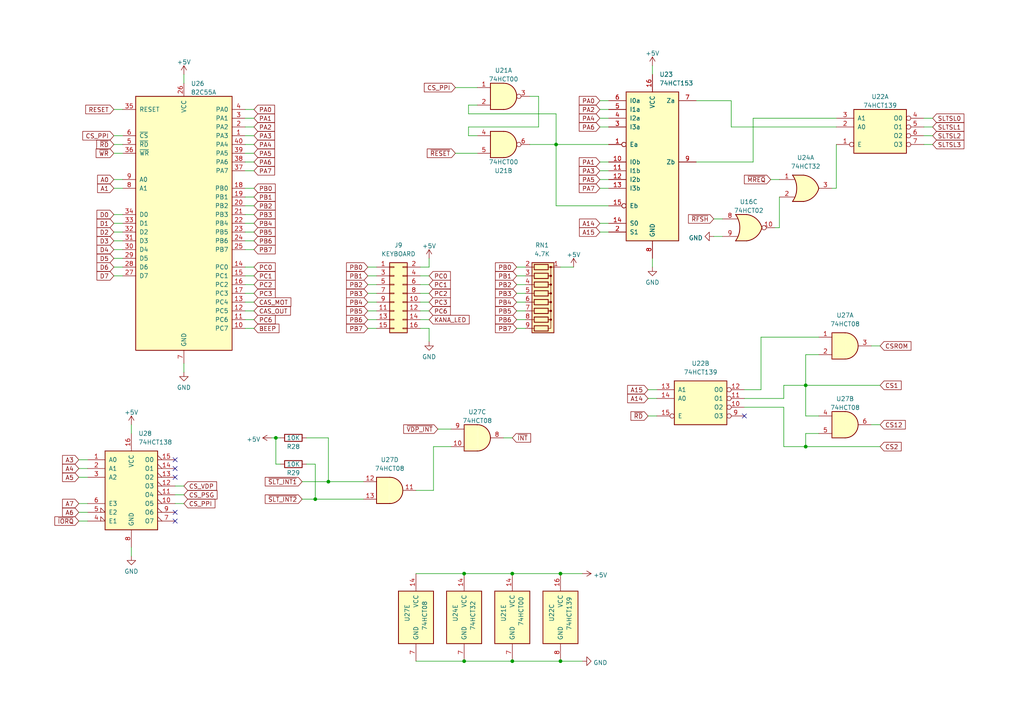
<source format=kicad_sch>
(kicad_sch (version 20211123) (generator eeschema)
  (paper "A4")
  (title_block (title "MSX One") (date "2024-12-28") (rev "v1.0") (company "Gabbard") (comment 1 "MSX One"))
  (lib_symbols
    (symbol "74xx:74LS00" (pin_names (offset 1.016))
      (property "Reference" "U" (at 0 1.27 0))
      (property "Value" "74LS00" (at 0 -1.27 0))
      (symbol "74LS00_1_1"
        (pin input line (at -7.62 2.54 0) (length 3.81) (name "~") (number "1"))
        (pin input line (at -7.62 -2.54 0) (length 3.81) (name "~") (number "2"))
        (pin output inverted (at 7.62 0 180) (length 3.81) (name "~") (number "3"))
      )
      (symbol "74LS00_1_2"
        (pin input inverted (at -7.62 2.54 0) (length 4.318) (name "~") (number "1"))
        (pin input inverted (at -7.62 -2.54 0) (length 4.318) (name "~") (number "2"))
        (pin output line (at 7.62 0 180) (length 3.81) (name "~") (number "3"))
      )
      (symbol "74LS00_2_1"
        (pin input line (at -7.62 2.54 0) (length 3.81) (name "~") (number "4"))
        (pin input line (at -7.62 -2.54 0) (length 3.81) (name "~") (number "5"))
        (pin output inverted (at 7.62 0 180) (length 3.81) (name "~") (number "6"))
      )
      (symbol "74LS00_2_2"
        (pin input inverted (at -7.62 2.54 0) (length 4.318) (name "~") (number "4"))
        (pin input inverted (at -7.62 -2.54 0) (length 4.318) (name "~") (number "5"))
        (pin output line (at 7.62 0 180) (length 3.81) (name "~") (number "6"))
      )
      (symbol "74LS00_3_1"
        (pin input line (at -7.62 -2.54 0) (length 3.81) (name "~") (number "10"))
        (pin output inverted (at 7.62 0 180) (length 3.81) (name "~") (number "8"))
        (pin input line (at -7.62 2.54 0) (length 3.81) (name "~") (number "9"))
      )
      (symbol "74LS00_3_2"
        (pin input inverted (at -7.62 -2.54 0) (length 4.318) (name "~") (number "10"))
        (pin output line (at 7.62 0 180) (length 3.81) (name "~") (number "8"))
        (pin input inverted (at -7.62 2.54 0) (length 4.318) (name "~") (number "9"))
      )
      (symbol "74LS00_4_1"
        (pin output inverted (at 7.62 0 180) (length 3.81) (name "~") (number "11"))
        (pin input line (at -7.62 2.54 0) (length 3.81) (name "~") (number "12"))
        (pin input line (at -7.62 -2.54 0) (length 3.81) (name "~") (number "13"))
      )
      (symbol "74LS00_4_2"
        (pin output line (at 7.62 0 180) (length 3.81) (name "~") (number "11"))
        (pin input inverted (at -7.62 2.54 0) (length 4.318) (name "~") (number "12"))
        (pin input inverted (at -7.62 -2.54 0) (length 4.318) (name "~") (number "13"))
      )
      (symbol "74LS00_5_0"
        (pin power_in line (at 0 12.7 270) (length 5.08) (name "VCC") (number "14"))
        (pin power_in line (at 0 -12.7 90) (length 5.08) (name "GND") (number "7"))
      )
    )
    (symbol "74xx:74LS02" (pin_names (offset 1.016))
      (property "Reference" "U" (at 0 1.27 0))
      (property "Value" "74LS02" (at 0 -1.27 0))
      (symbol "74LS02_1_1"
        (pin output inverted (at 7.62 0 180) (length 3.81) (name "~") (number "1"))
        (pin input line (at -7.62 2.54 0) (length 4.318) (name "~") (number "2"))
        (pin input line (at -7.62 -2.54 0) (length 4.318) (name "~") (number "3"))
      )
      (symbol "74LS02_1_2"
        (pin output line (at 7.62 0 180) (length 3.81) (name "~") (number "1"))
        (pin input inverted (at -7.62 2.54 0) (length 3.81) (name "~") (number "2"))
        (pin input inverted (at -7.62 -2.54 0) (length 3.81) (name "~") (number "3"))
      )
      (symbol "74LS02_2_1"
        (pin output inverted (at 7.62 0 180) (length 3.81) (name "~") (number "4"))
        (pin input line (at -7.62 2.54 0) (length 4.318) (name "~") (number "5"))
        (pin input line (at -7.62 -2.54 0) (length 4.318) (name "~") (number "6"))
      )
      (symbol "74LS02_2_2"
        (pin output line (at 7.62 0 180) (length 3.81) (name "~") (number "4"))
        (pin input inverted (at -7.62 2.54 0) (length 3.81) (name "~") (number "5"))
        (pin input inverted (at -7.62 -2.54 0) (length 3.81) (name "~") (number "6"))
      )
      (symbol "74LS02_3_1"
        (pin output inverted (at 7.62 0 180) (length 3.81) (name "~") (number "10"))
        (pin input line (at -7.62 2.54 0) (length 4.318) (name "~") (number "8"))
        (pin input line (at -7.62 -2.54 0) (length 4.318) (name "~") (number "9"))
      )
      (symbol "74LS02_3_2"
        (pin output line (at 7.62 0 180) (length 3.81) (name "~") (number "10"))
        (pin input inverted (at -7.62 2.54 0) (length 3.81) (name "~") (number "8"))
        (pin input inverted (at -7.62 -2.54 0) (length 3.81) (name "~") (number "9"))
      )
      (symbol "74LS02_4_1"
        (pin input line (at -7.62 2.54 0) (length 4.318) (name "~") (number "11"))
        (pin input line (at -7.62 -2.54 0) (length 4.318) (name "~") (number "12"))
        (pin output inverted (at 7.62 0 180) (length 3.81) (name "~") (number "13"))
      )
      (symbol "74LS02_4_2"
        (pin input inverted (at -7.62 2.54 0) (length 3.81) (name "~") (number "11"))
        (pin input inverted (at -7.62 -2.54 0) (length 3.81) (name "~") (number "12"))
        (pin output line (at 7.62 0 180) (length 3.81) (name "~") (number "13"))
      )
      (symbol "74LS02_5_0"
        (pin power_in line (at 0 12.7 270) (length 5.08) (name "VCC") (number "14"))
        (pin power_in line (at 0 -12.7 90) (length 5.08) (name "GND") (number "7"))
      )
    )
    (symbol "74xx:74LS08" (pin_names (offset 1.016))
      (property "Reference" "U" (at 0 1.27 0))
      (property "Value" "74LS08" (at 0 -1.27 0))
      (symbol "74LS08_1_1"
        (pin input line (at -7.62 2.54 0) (length 3.81) (name "~") (number "1"))
        (pin input line (at -7.62 -2.54 0) (length 3.81) (name "~") (number "2"))
        (pin output line (at 7.62 0 180) (length 3.81) (name "~") (number "3"))
      )
      (symbol "74LS08_1_2"
        (pin input inverted (at -7.62 2.54 0) (length 4.318) (name "~") (number "1"))
        (pin input inverted (at -7.62 -2.54 0) (length 4.318) (name "~") (number "2"))
        (pin output inverted (at 7.62 0 180) (length 3.81) (name "~") (number "3"))
      )
      (symbol "74LS08_2_1"
        (pin input line (at -7.62 2.54 0) (length 3.81) (name "~") (number "4"))
        (pin input line (at -7.62 -2.54 0) (length 3.81) (name "~") (number "5"))
        (pin output line (at 7.62 0 180) (length 3.81) (name "~") (number "6"))
      )
      (symbol "74LS08_2_2"
        (pin input inverted (at -7.62 2.54 0) (length 4.318) (name "~") (number "4"))
        (pin input inverted (at -7.62 -2.54 0) (length 4.318) (name "~") (number "5"))
        (pin output inverted (at 7.62 0 180) (length 3.81) (name "~") (number "6"))
      )
      (symbol "74LS08_3_1"
        (pin input line (at -7.62 -2.54 0) (length 3.81) (name "~") (number "10"))
        (pin output line (at 7.62 0 180) (length 3.81) (name "~") (number "8"))
        (pin input line (at -7.62 2.54 0) (length 3.81) (name "~") (number "9"))
      )
      (symbol "74LS08_3_2"
        (pin input inverted (at -7.62 -2.54 0) (length 4.318) (name "~") (number "10"))
        (pin output inverted (at 7.62 0 180) (length 3.81) (name "~") (number "8"))
        (pin input inverted (at -7.62 2.54 0) (length 4.318) (name "~") (number "9"))
      )
      (symbol "74LS08_4_1"
        (pin output line (at 7.62 0 180) (length 3.81) (name "~") (number "11"))
        (pin input line (at -7.62 2.54 0) (length 3.81) (name "~") (number "12"))
        (pin input line (at -7.62 -2.54 0) (length 3.81) (name "~") (number "13"))
      )
      (symbol "74LS08_4_2"
        (pin output inverted (at 7.62 0 180) (length 3.81) (name "~") (number "11"))
        (pin input inverted (at -7.62 2.54 0) (length 4.318) (name "~") (number "12"))
        (pin input inverted (at -7.62 -2.54 0) (length 4.318) (name "~") (number "13"))
      )
      (symbol "74LS08_5_0"
        (pin power_in line (at 0 12.7 270) (length 5.08) (name "VCC") (number "14"))
        (pin power_in line (at 0 -12.7 90) (length 5.08) (name "GND") (number "7"))
      )
    )
    (symbol "74xx:74LS138" (pin_names (offset 1.016))
      (property "Reference" "U" (at -7.62 11.43 0))
      (property "Value" "74LS138" (at -7.62 -13.97 0))
      (symbol "74LS138_1_0"
        (pin input line (at -12.7 7.62 0) (length 5.08) (name "A0") (number "1"))
        (pin output output_low (at 12.7 -5.08 180) (length 5.08) (name "O5") (number "10"))
        (pin output output_low (at 12.7 -2.54 180) (length 5.08) (name "O4") (number "11"))
        (pin output output_low (at 12.7 0 180) (length 5.08) (name "O3") (number "12"))
        (pin output output_low (at 12.7 2.54 180) (length 5.08) (name "O2") (number "13"))
        (pin output output_low (at 12.7 5.08 180) (length 5.08) (name "O1") (number "14"))
        (pin output output_low (at 12.7 7.62 180) (length 5.08) (name "O0") (number "15"))
        (pin power_in line (at 0 15.24 270) (length 5.08) (name "VCC") (number "16"))
        (pin input line (at -12.7 5.08 0) (length 5.08) (name "A1") (number "2"))
        (pin input line (at -12.7 2.54 0) (length 5.08) (name "A2") (number "3"))
        (pin input input_low (at -12.7 -10.16 0) (length 5.08) (name "E1") (number "4"))
        (pin input input_low (at -12.7 -7.62 0) (length 5.08) (name "E2") (number "5"))
        (pin input line (at -12.7 -5.08 0) (length 5.08) (name "E3") (number "6"))
        (pin output output_low (at 12.7 -10.16 180) (length 5.08) (name "O7") (number "7"))
        (pin power_in line (at 0 -17.78 90) (length 5.08) (name "GND") (number "8"))
        (pin output output_low (at 12.7 -7.62 180) (length 5.08) (name "O6") (number "9"))
      )
    )
    (symbol "74xx:74LS139" (pin_names (offset 1.016))
      (property "Reference" "U" (at -7.62 8.89 0))
      (property "Value" "74LS139" (at -7.62 -8.89 0))
      (symbol "74LS139_1_0"
        (pin input inverted (at -12.7 -5.08 0) (length 5.08) (name "E") (number "1"))
        (pin input line (at -12.7 0 0) (length 5.08) (name "A0") (number "2"))
        (pin input line (at -12.7 2.54 0) (length 5.08) (name "A1") (number "3"))
        (pin output inverted (at 12.7 2.54 180) (length 5.08) (name "O0") (number "4"))
        (pin output inverted (at 12.7 0 180) (length 5.08) (name "O1") (number "5"))
        (pin output inverted (at 12.7 -2.54 180) (length 5.08) (name "O2") (number "6"))
        (pin output inverted (at 12.7 -5.08 180) (length 5.08) (name "O3") (number "7"))
      )
      (symbol "74LS139_2_0"
        (pin output inverted (at 12.7 -2.54 180) (length 5.08) (name "O2") (number "10"))
        (pin output inverted (at 12.7 0 180) (length 5.08) (name "O1") (number "11"))
        (pin output inverted (at 12.7 2.54 180) (length 5.08) (name "O0") (number "12"))
        (pin input line (at -12.7 2.54 0) (length 5.08) (name "A1") (number "13"))
        (pin input line (at -12.7 0 0) (length 5.08) (name "A0") (number "14"))
        (pin input inverted (at -12.7 -5.08 0) (length 5.08) (name "E") (number "15"))
        (pin output inverted (at 12.7 -5.08 180) (length 5.08) (name "O3") (number "9"))
      )
      (symbol "74LS139_3_0"
        (pin power_in line (at 0 12.7 270) (length 5.08) (name "VCC") (number "16"))
        (pin power_in line (at 0 -12.7 90) (length 5.08) (name "GND") (number "8"))
      )
    )
    (symbol "74xx:74LS153" (pin_names (offset 1.016))
      (property "Reference" "U" (at -7.62 21.59 0))
      (property "Value" "74LS153" (at -7.62 -24.13 0))
      (symbol "74LS153_1_0"
        (pin input inverted (at -12.7 5.08 0) (length 5.08) (name "Ea") (number "1"))
        (pin input line (at -12.7 0 0) (length 5.08) (name "I0b") (number "10"))
        (pin input line (at -12.7 -2.54 0) (length 5.08) (name "I1b") (number "11"))
        (pin input line (at -12.7 -5.08 0) (length 5.08) (name "I2b") (number "12"))
        (pin input line (at -12.7 -7.62 0) (length 5.08) (name "I3b") (number "13"))
        (pin input line (at -12.7 -17.78 0) (length 5.08) (name "S0") (number "14"))
        (pin input inverted (at -12.7 -12.7 0) (length 5.08) (name "Eb") (number "15"))
        (pin power_in line (at 0 25.4 270) (length 5.08) (name "VCC") (number "16"))
        (pin input line (at -12.7 -20.32 0) (length 5.08) (name "S1") (number "2"))
        (pin input line (at -12.7 10.16 0) (length 5.08) (name "I3a") (number "3"))
        (pin input line (at -12.7 12.7 0) (length 5.08) (name "I2a") (number "4"))
        (pin input line (at -12.7 15.24 0) (length 5.08) (name "I1a") (number "5"))
        (pin input line (at -12.7 17.78 0) (length 5.08) (name "I0a") (number "6"))
        (pin output line (at 12.7 17.78 180) (length 5.08) (name "Za") (number "7"))
        (pin power_in line (at 0 -27.94 90) (length 5.08) (name "GND") (number "8"))
        (pin output line (at 12.7 0 180) (length 5.08) (name "Zb") (number "9"))
      )
    )
    (symbol "74xx:74LS32" (pin_names (offset 1.016))
      (property "Reference" "U" (at 0 1.27 0))
      (property "Value" "74LS32" (at 0 -1.27 0))
      (symbol "74LS32_1_1"
        (pin input line (at -7.62 2.54 0) (length 4.318) (name "~") (number "1"))
        (pin input line (at -7.62 -2.54 0) (length 4.318) (name "~") (number "2"))
        (pin output line (at 7.62 0 180) (length 3.81) (name "~") (number "3"))
      )
      (symbol "74LS32_1_2"
        (pin input inverted (at -7.62 2.54 0) (length 3.81) (name "~") (number "1"))
        (pin input inverted (at -7.62 -2.54 0) (length 3.81) (name "~") (number "2"))
        (pin output inverted (at 7.62 0 180) (length 3.81) (name "~") (number "3"))
      )
      (symbol "74LS32_2_1"
        (pin input line (at -7.62 2.54 0) (length 4.318) (name "~") (number "4"))
        (pin input line (at -7.62 -2.54 0) (length 4.318) (name "~") (number "5"))
        (pin output line (at 7.62 0 180) (length 3.81) (name "~") (number "6"))
      )
      (symbol "74LS32_2_2"
        (pin input inverted (at -7.62 2.54 0) (length 3.81) (name "~") (number "4"))
        (pin input inverted (at -7.62 -2.54 0) (length 3.81) (name "~") (number "5"))
        (pin output inverted (at 7.62 0 180) (length 3.81) (name "~") (number "6"))
      )
      (symbol "74LS32_3_1"
        (pin input line (at -7.62 -2.54 0) (length 4.318) (name "~") (number "10"))
        (pin output line (at 7.62 0 180) (length 3.81) (name "~") (number "8"))
        (pin input line (at -7.62 2.54 0) (length 4.318) (name "~") (number "9"))
      )
      (symbol "74LS32_3_2"
        (pin input inverted (at -7.62 -2.54 0) (length 3.81) (name "~") (number "10"))
        (pin output inverted (at 7.62 0 180) (length 3.81) (name "~") (number "8"))
        (pin input inverted (at -7.62 2.54 0) (length 3.81) (name "~") (number "9"))
      )
      (symbol "74LS32_4_1"
        (pin output line (at 7.62 0 180) (length 3.81) (name "~") (number "11"))
        (pin input line (at -7.62 2.54 0) (length 4.318) (name "~") (number "12"))
        (pin input line (at -7.62 -2.54 0) (length 4.318) (name "~") (number "13"))
      )
      (symbol "74LS32_4_2"
        (pin output inverted (at 7.62 0 180) (length 3.81) (name "~") (number "11"))
        (pin input inverted (at -7.62 2.54 0) (length 3.81) (name "~") (number "12"))
        (pin input inverted (at -7.62 -2.54 0) (length 3.81) (name "~") (number "13"))
      )
      (symbol "74LS32_5_0"
        (pin power_in line (at 0 12.7 270) (length 5.08) (name "VCC") (number "14"))
        (pin power_in line (at 0 -12.7 90) (length 5.08) (name "GND") (number "7"))
      )
    )
    (symbol "Connector_Generic:Conn_02x08_Odd_Even" (pin_names (offset 1.016) hide)
      (property "Reference" "J" (at 1.27 10.16 0))
      (property "Value" "Conn_02x08_Odd_Even" (at 1.27 -12.7 0))
      (symbol "Conn_02x08_Odd_Even_1_1"
        (pin passive line (at -5.08 7.62 0) (length 3.81) (name "Pin_1") (number "1"))
        (pin passive line (at 7.62 -2.54 180) (length 3.81) (name "Pin_10") (number "10"))
        (pin passive line (at -5.08 -5.08 0) (length 3.81) (name "Pin_11") (number "11"))
        (pin passive line (at 7.62 -5.08 180) (length 3.81) (name "Pin_12") (number "12"))
        (pin passive line (at -5.08 -7.62 0) (length 3.81) (name "Pin_13") (number "13"))
        (pin passive line (at 7.62 -7.62 180) (length 3.81) (name "Pin_14") (number "14"))
        (pin passive line (at -5.08 -10.16 0) (length 3.81) (name "Pin_15") (number "15"))
        (pin passive line (at 7.62 -10.16 180) (length 3.81) (name "Pin_16") (number "16"))
        (pin passive line (at 7.62 7.62 180) (length 3.81) (name "Pin_2") (number "2"))
        (pin passive line (at -5.08 5.08 0) (length 3.81) (name "Pin_3") (number "3"))
        (pin passive line (at 7.62 5.08 180) (length 3.81) (name "Pin_4") (number "4"))
        (pin passive line (at -5.08 2.54 0) (length 3.81) (name "Pin_5") (number "5"))
        (pin passive line (at 7.62 2.54 180) (length 3.81) (name "Pin_6") (number "6"))
        (pin passive line (at -5.08 0 0) (length 3.81) (name "Pin_7") (number "7"))
        (pin passive line (at 7.62 0 180) (length 3.81) (name "Pin_8") (number "8"))
        (pin passive line (at -5.08 -2.54 0) (length 3.81) (name "Pin_9") (number "9"))
      )
    )
    (symbol "Device:R" (pin_numbers hide) (pin_names (offset 0))
      (property "Reference" "R" (at 2.032 0 90))
      (property "Value" "R" (at 0 0 90))
      (symbol "R_1_1"
        (pin passive line (at 0 3.81 270) (length 1.27) (name "~") (number "1"))
        (pin passive line (at 0 -3.81 90) (length 1.27) (name "~") (number "2"))
      )
    )
    (symbol "Device:R_Network08" (pin_names (offset 0) hide)
      (property "Reference" "RN" (at -12.7 0 90))
      (property "Value" "R_Network08" (at 10.16 0 90))
      (symbol "R_Network08_1_1"
        (pin passive line (at -10.16 5.08 270) (length 2.54) (name "common") (number "1"))
        (pin passive line (at -10.16 -5.08 90) (length 1.27) (name "R1") (number "2"))
        (pin passive line (at -7.62 -5.08 90) (length 1.27) (name "R2") (number "3"))
        (pin passive line (at -5.08 -5.08 90) (length 1.27) (name "R3") (number "4"))
        (pin passive line (at -2.54 -5.08 90) (length 1.27) (name "R4") (number "5"))
        (pin passive line (at 0 -5.08 90) (length 1.27) (name "R5") (number "6"))
        (pin passive line (at 2.54 -5.08 90) (length 1.27) (name "R6") (number "7"))
        (pin passive line (at 5.08 -5.08 90) (length 1.27) (name "R7") (number "8"))
        (pin passive line (at 7.62 -5.08 90) (length 1.27) (name "R8") (number "9"))
      )
    )
    (symbol "Interface:8255A" (pin_names (offset 1.016))
      (property "Reference" "U" (at -13.97 38.1 0))
      (property "Value" "8255A" (at 8.89 38.1 0))
      (symbol "8255A_1_1"
        (pin bidirectional line (at 17.78 25.4 180) (length 3.81) (name "PA3") (number "1"))
        (pin bidirectional line (at 17.78 -30.48 180) (length 3.81) (name "PC7") (number "10"))
        (pin bidirectional line (at 17.78 -27.94 180) (length 3.81) (name "PC6") (number "11"))
        (pin bidirectional line (at 17.78 -25.4 180) (length 3.81) (name "PC5") (number "12"))
        (pin bidirectional line (at 17.78 -22.86 180) (length 3.81) (name "PC4") (number "13"))
        (pin bidirectional line (at 17.78 -12.7 180) (length 3.81) (name "PC0") (number "14"))
        (pin bidirectional line (at 17.78 -15.24 180) (length 3.81) (name "PC1") (number "15"))
        (pin bidirectional line (at 17.78 -17.78 180) (length 3.81) (name "PC2") (number "16"))
        (pin bidirectional line (at 17.78 -20.32 180) (length 3.81) (name "PC3") (number "17"))
        (pin bidirectional line (at 17.78 10.16 180) (length 3.81) (name "PB0") (number "18"))
        (pin bidirectional line (at 17.78 7.62 180) (length 3.81) (name "PB1") (number "19"))
        (pin bidirectional line (at 17.78 27.94 180) (length 3.81) (name "PA2") (number "2"))
        (pin bidirectional line (at 17.78 5.08 180) (length 3.81) (name "PB2") (number "20"))
        (pin bidirectional line (at 17.78 2.54 180) (length 3.81) (name "PB3") (number "21"))
        (pin bidirectional line (at 17.78 0 180) (length 3.81) (name "PB4") (number "22"))
        (pin bidirectional line (at 17.78 -2.54 180) (length 3.81) (name "PB5") (number "23"))
        (pin bidirectional line (at 17.78 -5.08 180) (length 3.81) (name "PB6") (number "24"))
        (pin bidirectional line (at 17.78 -7.62 180) (length 3.81) (name "PB7") (number "25"))
        (pin power_in line (at 0 40.64 270) (length 3.81) (name "VCC") (number "26"))
        (pin bidirectional line (at -17.78 -15.24 0) (length 3.81) (name "D7") (number "27"))
        (pin bidirectional line (at -17.78 -12.7 0) (length 3.81) (name "D6") (number "28"))
        (pin bidirectional line (at -17.78 -10.16 0) (length 3.81) (name "D5") (number "29"))
        (pin bidirectional line (at 17.78 30.48 180) (length 3.81) (name "PA1") (number "3"))
        (pin bidirectional line (at -17.78 -7.62 0) (length 3.81) (name "D4") (number "30"))
        (pin bidirectional line (at -17.78 -5.08 0) (length 3.81) (name "D3") (number "31"))
        (pin bidirectional line (at -17.78 -2.54 0) (length 3.81) (name "D2") (number "32"))
        (pin bidirectional line (at -17.78 0 0) (length 3.81) (name "D1") (number "33"))
        (pin bidirectional line (at -17.78 2.54 0) (length 3.81) (name "D0") (number "34"))
        (pin input line (at -17.78 33.02 0) (length 3.81) (name "RESET") (number "35"))
        (pin input line (at -17.78 20.32 0) (length 3.81) (name "~{WR}") (number "36"))
        (pin bidirectional line (at 17.78 15.24 180) (length 3.81) (name "PA7") (number "37"))
        (pin bidirectional line (at 17.78 17.78 180) (length 3.81) (name "PA6") (number "38"))
        (pin bidirectional line (at 17.78 20.32 180) (length 3.81) (name "PA5") (number "39"))
        (pin bidirectional line (at 17.78 33.02 180) (length 3.81) (name "PA0") (number "4"))
        (pin bidirectional line (at 17.78 22.86 180) (length 3.81) (name "PA4") (number "40"))
        (pin input line (at -17.78 22.86 0) (length 3.81) (name "~{RD}") (number "5"))
        (pin input line (at -17.78 25.4 0) (length 3.81) (name "~{CS}") (number "6"))
        (pin power_in line (at 0 -40.64 90) (length 3.81) (name "GND") (number "7"))
        (pin input line (at -17.78 10.16 0) (length 3.81) (name "A1") (number "8"))
        (pin input line (at -17.78 12.7 0) (length 3.81) (name "A0") (number "9"))
      )
    )
    (symbol "power:+5V" (power) (pin_names (offset 0))
      (property "Value" "+5V" (at 0 3.556 0))
      (symbol "+5V_1_1"
        (pin power_in line (at 0 0 90) (length 0) hide (name "+5V") (number "1"))
      )
    )
    (symbol "power:GND" (power) (pin_names (offset 0))
      (property "Value" "GND" (at 0 -3.81 0))
      (symbol "GND_1_1"
        (pin power_in line (at 0 0 270) (length 0) hide (name "GND") (number "1"))
      )
    )
  )
  (junction (at 134.62 166.37))
  (junction (at 95.25 139.7))
  (junction (at 134.62 191.77))
  (junction (at 80.01 127))
  (junction (at 148.59 166.37))
  (junction (at 91.44 144.78))
  (junction (at 162.56 166.37))
  (junction (at 162.56 191.77))
  (junction (at 233.68 129.54))
  (junction (at 161.29 41.91))
  (junction (at 148.59 191.77))
  (junction (at 233.68 111.76))
  (no_connect (at 50.8 135.89))
  (no_connect (at 50.8 138.43))
  (no_connect (at 50.8 133.35))
  (no_connect (at 50.8 151.13))
  (no_connect (at 50.8 148.59))
  (no_connect (at 215.9 120.65))
  (wire (pts (xy 189.23 74.93) (xy 189.23 77.47)))
  (wire (pts (xy 33.02 77.47) (xy 35.56 77.47)))
  (wire (pts (xy 233.68 125.73) (xy 237.49 125.73)))
  (wire (pts (xy 156.21 36.83) (xy 156.21 27.94)))
  (wire (pts (xy 132.08 44.45) (xy 138.43 44.45)))
  (wire (pts (xy 22.86 151.13) (xy 25.4 151.13)))
  (wire (pts (xy 91.44 134.62) (xy 91.44 144.78)))
  (wire (pts (xy 189.23 19.05) (xy 189.23 21.59)))
  (wire (pts (xy 218.44 46.99) (xy 201.93 46.99)))
  (wire (pts (xy 22.86 146.05) (xy 25.4 146.05)))
  (wire (pts (xy 53.34 21.59) (xy 53.34 24.13)))
  (wire (pts (xy 242.57 34.29) (xy 218.44 34.29)))
  (wire (pts (xy 149.86 95.25) (xy 152.4 95.25)))
  (wire (pts (xy 233.68 120.65) (xy 237.49 120.65)))
  (wire (pts (xy 148.59 191.77) (xy 162.56 191.77)))
  (wire (pts (xy 125.73 142.24) (xy 120.65 142.24)))
  (wire (pts (xy 227.33 115.57) (xy 227.33 111.76)))
  (wire (pts (xy 148.59 166.37) (xy 162.56 166.37)))
  (wire (pts (xy 121.92 95.25) (xy 124.46 95.25)))
  (wire (pts (xy 135.89 33.02) (xy 161.29 33.02)))
  (wire (pts (xy 227.33 111.76) (xy 233.68 111.76)))
  (wire (pts (xy 227.33 118.11) (xy 215.9 118.11)))
  (wire (pts (xy 120.65 166.37) (xy 134.62 166.37)))
  (wire (pts (xy 71.12 46.99) (xy 73.66 46.99)))
  (wire (pts (xy 227.33 129.54) (xy 233.68 129.54)))
  (wire (pts (xy 187.96 120.65) (xy 190.5 120.65)))
  (wire (pts (xy 88.9 134.62) (xy 91.44 134.62)))
  (wire (pts (xy 215.9 113.03) (xy 220.726 113.03)))
  (wire (pts (xy 71.12 92.71) (xy 73.66 92.71)))
  (wire (pts (xy 121.92 92.71) (xy 124.46 92.71)))
  (wire (pts (xy 38.1 158.75) (xy 38.1 161.29)))
  (wire (pts (xy 233.68 111.76) (xy 233.68 120.65)))
  (wire (pts (xy 120.65 191.77) (xy 134.62 191.77)))
  (wire (pts (xy 207.01 63.5) (xy 209.55 63.5)))
  (wire (pts (xy 149.86 92.71) (xy 152.4 92.71)))
  (wire (pts (xy 33.02 72.39) (xy 35.56 72.39)))
  (wire (pts (xy 135.89 39.37) (xy 135.89 36.83)))
  (wire (pts (xy 33.02 67.31) (xy 35.56 67.31)))
  (wire (pts (xy 215.9 115.57) (xy 227.33 115.57)))
  (wire (pts (xy 161.29 59.69) (xy 161.29 41.91)))
  (wire (pts (xy 153.67 41.91) (xy 161.29 41.91)))
  (wire (pts (xy 233.68 129.54) (xy 233.68 125.73)))
  (wire (pts (xy 149.86 85.09) (xy 152.4 85.09)))
  (wire (pts (xy 33.02 44.45) (xy 35.56 44.45)))
  (wire (pts (xy 33.02 41.91) (xy 35.56 41.91)))
  (wire (pts (xy 71.12 85.09) (xy 73.66 85.09)))
  (wire (pts (xy 71.12 72.39) (xy 73.66 72.39)))
  (wire (pts (xy 134.62 191.77) (xy 148.59 191.77)))
  (wire (pts (xy 80.01 127) (xy 81.28 127)))
  (wire (pts (xy 162.56 77.47) (xy 166.37 77.47)))
  (wire (pts (xy 22.86 135.89) (xy 25.4 135.89)))
  (wire (pts (xy 71.12 54.61) (xy 73.66 54.61)))
  (wire (pts (xy 106.68 82.55) (xy 109.22 82.55)))
  (wire (pts (xy 242.57 41.91) (xy 242.57 54.61)))
  (wire (pts (xy 161.29 33.02) (xy 161.29 41.91)))
  (wire (pts (xy 71.12 69.85) (xy 73.66 69.85)))
  (wire (pts (xy 50.8 143.51) (xy 53.34 143.51)))
  (wire (pts (xy 33.02 80.01) (xy 35.56 80.01)))
  (wire (pts (xy 91.44 144.78) (xy 105.41 144.78)))
  (wire (pts (xy 106.68 92.71) (xy 109.22 92.71)))
  (wire (pts (xy 233.68 111.76) (xy 233.68 102.87)))
  (wire (pts (xy 233.68 102.87) (xy 237.49 102.87)))
  (wire (pts (xy 71.12 67.31) (xy 73.66 67.31)))
  (wire (pts (xy 121.92 80.01) (xy 124.46 80.01)))
  (wire (pts (xy 132.08 25.4) (xy 138.43 25.4)))
  (wire (pts (xy 33.02 69.85) (xy 35.56 69.85)))
  (wire (pts (xy 220.726 97.79) (xy 237.49 97.79)))
  (wire (pts (xy 71.12 64.77) (xy 73.66 64.77)))
  (wire (pts (xy 130.81 129.54) (xy 125.73 129.54)))
  (wire (pts (xy 161.29 41.91) (xy 176.53 41.91)))
  (wire (pts (xy 95.25 139.7) (xy 105.41 139.7)))
  (wire (pts (xy 176.53 59.69) (xy 161.29 59.69)))
  (wire (pts (xy 227.33 129.54) (xy 227.33 118.11)))
  (wire (pts (xy 173.99 31.75) (xy 176.53 31.75)))
  (wire (pts (xy 71.12 49.53) (xy 73.66 49.53)))
  (wire (pts (xy 173.99 29.21) (xy 176.53 29.21)))
  (wire (pts (xy 106.68 87.63) (xy 109.22 87.63)))
  (wire (pts (xy 106.68 90.17) (xy 109.22 90.17)))
  (wire (pts (xy 71.12 80.01) (xy 73.66 80.01)))
  (wire (pts (xy 156.21 27.94) (xy 153.67 27.94)))
  (wire (pts (xy 242.57 54.61) (xy 241.3 54.61)))
  (wire (pts (xy 162.56 166.37) (xy 168.91 166.37)))
  (wire (pts (xy 71.12 34.29) (xy 73.66 34.29)))
  (wire (pts (xy 87.63 139.7) (xy 95.25 139.7)))
  (wire (pts (xy 173.99 34.29) (xy 176.53 34.29)))
  (wire (pts (xy 71.12 57.15) (xy 73.66 57.15)))
  (wire (pts (xy 71.12 36.83) (xy 73.66 36.83)))
  (wire (pts (xy 106.68 77.47) (xy 109.22 77.47)))
  (wire (pts (xy 33.02 52.07) (xy 35.56 52.07)))
  (wire (pts (xy 187.96 113.03) (xy 190.5 113.03)))
  (wire (pts (xy 33.02 62.23) (xy 35.56 62.23)))
  (wire (pts (xy 125.73 129.54) (xy 125.73 142.24)))
  (wire (pts (xy 71.12 59.69) (xy 73.66 59.69)))
  (wire (pts (xy 33.02 64.77) (xy 35.56 64.77)))
  (wire (pts (xy 173.99 36.83) (xy 176.53 36.83)))
  (wire (pts (xy 50.8 140.97) (xy 53.34 140.97)))
  (wire (pts (xy 149.86 87.63) (xy 152.4 87.63)))
  (wire (pts (xy 22.86 133.35) (xy 25.4 133.35)))
  (wire (pts (xy 71.12 31.75) (xy 73.66 31.75)))
  (wire (pts (xy 149.86 82.55) (xy 152.4 82.55)))
  (wire (pts (xy 33.02 39.37) (xy 35.56 39.37)))
  (wire (pts (xy 121.92 87.63) (xy 124.46 87.63)))
  (wire (pts (xy 224.79 66.04) (xy 226.06 66.04)))
  (wire (pts (xy 33.02 54.61) (xy 35.56 54.61)))
  (wire (pts (xy 173.99 67.31) (xy 176.53 67.31)))
  (wire (pts (xy 252.73 123.19) (xy 255.27 123.19)))
  (wire (pts (xy 106.68 80.01) (xy 109.22 80.01)))
  (wire (pts (xy 71.12 44.45) (xy 73.66 44.45)))
  (wire (pts (xy 88.9 127) (xy 95.25 127)))
  (wire (pts (xy 33.02 31.75) (xy 35.56 31.75)))
  (wire (pts (xy 220.726 113.03) (xy 220.726 97.79)))
  (wire (pts (xy 38.1 123.19) (xy 38.1 125.73)))
  (wire (pts (xy 218.44 34.29) (xy 218.44 46.99)))
  (wire (pts (xy 173.99 52.07) (xy 176.53 52.07)))
  (wire (pts (xy 87.63 144.78) (xy 91.44 144.78)))
  (wire (pts (xy 121.92 90.17) (xy 124.46 90.17)))
  (wire (pts (xy 95.25 127) (xy 95.25 139.7)))
  (wire (pts (xy 162.56 191.77) (xy 168.91 191.77)))
  (wire (pts (xy 71.12 41.91) (xy 73.66 41.91)))
  (wire (pts (xy 135.89 30.48) (xy 135.89 33.02)))
  (wire (pts (xy 146.05 127) (xy 148.59 127)))
  (wire (pts (xy 267.97 36.83) (xy 270.51 36.83)))
  (wire (pts (xy 124.46 77.47) (xy 124.46 74.93)))
  (wire (pts (xy 173.99 46.99) (xy 176.53 46.99)))
  (wire (pts (xy 149.86 90.17) (xy 152.4 90.17)))
  (wire (pts (xy 106.68 95.25) (xy 109.22 95.25)))
  (wire (pts (xy 173.99 49.53) (xy 176.53 49.53)))
  (wire (pts (xy 138.43 30.48) (xy 135.89 30.48)))
  (wire (pts (xy 252.73 100.33) (xy 255.27 100.33)))
  (wire (pts (xy 226.06 57.15) (xy 226.06 66.04)))
  (wire (pts (xy 149.86 77.47) (xy 152.4 77.47)))
  (wire (pts (xy 78.74 127) (xy 80.01 127)))
  (wire (pts (xy 71.12 39.37) (xy 73.66 39.37)))
  (wire (pts (xy 121.92 82.55) (xy 124.46 82.55)))
  (wire (pts (xy 81.28 134.62) (xy 80.01 134.62)))
  (wire (pts (xy 212.09 36.83) (xy 242.57 36.83)))
  (wire (pts (xy 71.12 90.17) (xy 73.66 90.17)))
  (wire (pts (xy 80.01 127) (xy 80.01 134.62)))
  (wire (pts (xy 50.8 146.05) (xy 53.34 146.05)))
  (wire (pts (xy 22.86 138.43) (xy 25.4 138.43)))
  (wire (pts (xy 201.93 29.21) (xy 212.09 29.21)))
  (wire (pts (xy 134.62 166.37) (xy 148.59 166.37)))
  (wire (pts (xy 233.68 129.54) (xy 255.27 129.54)))
  (wire (pts (xy 106.68 85.09) (xy 109.22 85.09)))
  (wire (pts (xy 33.02 74.93) (xy 35.56 74.93)))
  (wire (pts (xy 267.97 41.91) (xy 270.51 41.91)))
  (wire (pts (xy 22.86 148.59) (xy 25.4 148.59)))
  (wire (pts (xy 138.43 39.37) (xy 135.89 39.37)))
  (wire (pts (xy 71.12 82.55) (xy 73.66 82.55)))
  (wire (pts (xy 71.12 95.25) (xy 73.66 95.25)))
  (wire (pts (xy 233.68 111.76) (xy 255.27 111.76)))
  (wire (pts (xy 223.52 52.07) (xy 226.06 52.07)))
  (wire (pts (xy 207.01 68.58) (xy 209.55 68.58)))
  (wire (pts (xy 121.92 77.47) (xy 124.46 77.47)))
  (wire (pts (xy 53.34 105.41) (xy 53.34 107.95)))
  (wire (pts (xy 71.12 87.63) (xy 73.66 87.63)))
  (wire (pts (xy 267.97 34.29) (xy 270.51 34.29)))
  (wire (pts (xy 124.46 95.25) (xy 124.46 99.06)))
  (wire (pts (xy 127 124.46) (xy 130.81 124.46)))
  (wire (pts (xy 121.92 85.09) (xy 124.46 85.09)))
  (wire (pts (xy 212.09 29.21) (xy 212.09 36.83)))
  (wire (pts (xy 173.99 64.77) (xy 176.53 64.77)))
  (wire (pts (xy 71.12 62.23) (xy 73.66 62.23)))
  (wire (pts (xy 71.12 77.47) (xy 73.66 77.47)))
  (wire (pts (xy 267.97 39.37) (xy 270.51 39.37)))
  (wire (pts (xy 187.96 115.57) (xy 190.5 115.57)))
  (wire (pts (xy 173.99 54.61) (xy 176.53 54.61)))
  (wire (pts (xy 135.89 36.83) (xy 156.21 36.83)))
  (wire (pts (xy 149.86 80.01) (xy 152.4 80.01)))
  (global_label "PB1" (shape input) (at 149.86 80.01 180) (property "Intersheet References" "${INTERSHEET_REFS}" (effects hide)))
  (global_label "PA5" (shape input) (at 173.99 52.07 180) (property "Intersheet References" "${INTERSHEET_REFS}" (effects hide)))
  (global_label "PB1" (shape input) (at 73.66 57.15 0) (property "Intersheet References" "${INTERSHEET_REFS}" (effects hide)))
  (global_label "PB3" (shape input) (at 73.66 62.23 0) (property "Intersheet References" "${INTERSHEET_REFS}" (effects hide)))
  (global_label "A6" (shape input) (at 22.86 148.59 180) (property "Intersheet References" "${INTERSHEET_REFS}" (effects hide)))
  (global_label "PA3" (shape input) (at 73.66 39.37 0) (property "Intersheet References" "${INTERSHEET_REFS}" (effects hide)))
  (global_label "A4" (shape input) (at 22.86 135.89 180) (property "Intersheet References" "${INTERSHEET_REFS}" (effects hide)))
  (global_label "PB7" (shape input) (at 149.86 95.25 180) (property "Intersheet References" "${INTERSHEET_REFS}" (effects hide)))
  (global_label "D0" (shape input) (at 33.02 62.23 180) (property "Intersheet References" "${INTERSHEET_REFS}" (effects hide)))
  (global_label "PA6" (shape input) (at 73.66 46.99 0) (property "Intersheet References" "${INTERSHEET_REFS}" (effects hide)))
  (global_label "A0" (shape input) (at 33.02 52.07 180) (property "Intersheet References" "${INTERSHEET_REFS}" (effects hide)))
  (global_label "PA2" (shape input) (at 73.66 36.83 0) (property "Intersheet References" "${INTERSHEET_REFS}" (effects hide)))
  (global_label "D6" (shape input) (at 33.02 77.47 180) (property "Intersheet References" "${INTERSHEET_REFS}" (effects hide)))
  (global_label "~{RD}" (shape input) (at 187.96 120.65 180) (property "Intersheet References" "${INTERSHEET_REFS}" (effects hide)))
  (global_label "CS_VDP" (shape input) (at 53.34 140.97 0) (property "Intersheet References" "${INTERSHEET_REFS}" (effects hide)))
  (global_label "CSROM" (shape input) (at 255.27 100.33 0) (property "Intersheet References" "${INTERSHEET_REFS}" (effects hide)))
  (global_label "A7" (shape input) (at 22.86 146.05 180) (property "Intersheet References" "${INTERSHEET_REFS}" (effects hide)))
  (global_label "PC0" (shape input) (at 124.46 80.01 0) (property "Intersheet References" "${INTERSHEET_REFS}" (effects hide)))
  (global_label "~{INT}" (shape input) (at 148.59 127 0) (property "Intersheet References" "${INTERSHEET_REFS}" (effects hide)))
  (global_label "~{IORQ}" (shape input) (at 22.86 151.13 180) (property "Intersheet References" "${INTERSHEET_REFS}" (effects hide)))
  (global_label "PB2" (shape input) (at 149.86 82.55 180) (property "Intersheet References" "${INTERSHEET_REFS}" (effects hide)))
  (global_label "A14" (shape input) (at 187.96 115.57 180) (property "Intersheet References" "${INTERSHEET_REFS}" (effects hide)))
  (global_label "PB0" (shape input) (at 149.86 77.47 180) (property "Intersheet References" "${INTERSHEET_REFS}" (effects hide)))
  (global_label "PB6" (shape input) (at 106.68 92.71 180) (property "Intersheet References" "${INTERSHEET_REFS}" (effects hide)))
  (global_label "~{VDP_INT}" (shape input) (at 127 124.46 180) (property "Intersheet References" "${INTERSHEET_REFS}" (effects hide)))
  (global_label "CS2" (shape input) (at 255.27 129.54 0) (property "Intersheet References" "${INTERSHEET_REFS}" (effects hide)))
  (global_label "A1" (shape input) (at 33.02 54.61 180) (property "Intersheet References" "${INTERSHEET_REFS}" (effects hide)))
  (global_label "A14" (shape input) (at 173.99 64.77 180) (property "Intersheet References" "${INTERSHEET_REFS}" (effects hide)))
  (global_label "PA5" (shape input) (at 73.66 44.45 0) (property "Intersheet References" "${INTERSHEET_REFS}" (effects hide)))
  (global_label "PC0" (shape input) (at 73.66 77.47 0) (property "Intersheet References" "${INTERSHEET_REFS}" (effects hide)))
  (global_label "PA3" (shape input) (at 173.99 49.53 180) (property "Intersheet References" "${INTERSHEET_REFS}" (effects hide)))
  (global_label "~{RESET}" (shape input) (at 132.08 44.45 180) (property "Intersheet References" "${INTERSHEET_REFS}" (effects hide)))
  (global_label "CAS_MOT" (shape input) (at 73.66 87.63 0) (property "Intersheet References" "${INTERSHEET_REFS}" (effects hide)))
  (global_label "A15" (shape input) (at 173.99 67.31 180) (property "Intersheet References" "${INTERSHEET_REFS}" (effects hide)))
  (global_label "PB2" (shape input) (at 106.68 82.55 180) (property "Intersheet References" "${INTERSHEET_REFS}" (effects hide)))
  (global_label "CS_PPI" (shape input) (at 53.34 146.05 0) (property "Intersheet References" "${INTERSHEET_REFS}" (effects hide)))
  (global_label "PB4" (shape input) (at 73.66 64.77 0) (property "Intersheet References" "${INTERSHEET_REFS}" (effects hide)))
  (global_label "PB5" (shape input) (at 73.66 67.31 0) (property "Intersheet References" "${INTERSHEET_REFS}" (effects hide)))
  (global_label "RESET" (shape input) (at 33.02 31.75 180) (property "Intersheet References" "${INTERSHEET_REFS}" (effects hide)))
  (global_label "PB1" (shape input) (at 106.68 80.01 180) (property "Intersheet References" "${INTERSHEET_REFS}" (effects hide)))
  (global_label "CS12" (shape input) (at 255.27 123.19 0) (property "Intersheet References" "${INTERSHEET_REFS}" (effects hide)))
  (global_label "PB7" (shape input) (at 73.66 72.39 0) (property "Intersheet References" "${INTERSHEET_REFS}" (effects hide)))
  (global_label "CAS_OUT" (shape input) (at 73.66 90.17 0) (property "Intersheet References" "${INTERSHEET_REFS}" (effects hide)))
  (global_label "~{RD}" (shape input) (at 33.02 41.91 180) (property "Intersheet References" "${INTERSHEET_REFS}" (effects hide)))
  (global_label "PB2" (shape input) (at 73.66 59.69 0) (property "Intersheet References" "${INTERSHEET_REFS}" (effects hide)))
  (global_label "PA6" (shape input) (at 173.99 36.83 180) (property "Intersheet References" "${INTERSHEET_REFS}" (effects hide)))
  (global_label "PC6" (shape input) (at 124.46 90.17 0) (property "Intersheet References" "${INTERSHEET_REFS}" (effects hide)))
  (global_label "~{MREQ}" (shape input) (at 223.52 52.07 180) (property "Intersheet References" "${INTERSHEET_REFS}" (effects hide)))
  (global_label "PB5" (shape input) (at 106.68 90.17 180) (property "Intersheet References" "${INTERSHEET_REFS}" (effects hide)))
  (global_label "PC2" (shape input) (at 73.66 82.55 0) (property "Intersheet References" "${INTERSHEET_REFS}" (effects hide)))
  (global_label "PB5" (shape input) (at 149.86 90.17 180) (property "Intersheet References" "${INTERSHEET_REFS}" (effects hide)))
  (global_label "D5" (shape input) (at 33.02 74.93 180) (property "Intersheet References" "${INTERSHEET_REFS}" (effects hide)))
  (global_label "SLTSL3" (shape input) (at 270.51 41.91 0) (property "Intersheet References" "${INTERSHEET_REFS}" (effects hide)))
  (global_label "PA2" (shape input) (at 173.99 31.75 180) (property "Intersheet References" "${INTERSHEET_REFS}" (effects hide)))
  (global_label "PB0" (shape input) (at 73.66 54.61 0) (property "Intersheet References" "${INTERSHEET_REFS}" (effects hide)))
  (global_label "~{SLT_INT2}" (shape input) (at 87.63 144.78 180) (property "Intersheet References" "${INTERSHEET_REFS}" (effects hide)))
  (global_label "D2" (shape input) (at 33.02 67.31 180) (property "Intersheet References" "${INTERSHEET_REFS}" (effects hide)))
  (global_label "PB0" (shape input) (at 106.68 77.47 180) (property "Intersheet References" "${INTERSHEET_REFS}" (effects hide)))
  (global_label "SLTSL0" (shape input) (at 270.51 34.29 0) (property "Intersheet References" "${INTERSHEET_REFS}" (effects hide)))
  (global_label "D7" (shape input) (at 33.02 80.01 180) (property "Intersheet References" "${INTERSHEET_REFS}" (effects hide)))
  (global_label "SLTSL2" (shape input) (at 270.51 39.37 0) (property "Intersheet References" "${INTERSHEET_REFS}" (effects hide)))
  (global_label "PA7" (shape input) (at 173.99 54.61 180) (property "Intersheet References" "${INTERSHEET_REFS}" (effects hide)))
  (global_label "CS1" (shape input) (at 255.27 111.76 0) (property "Intersheet References" "${INTERSHEET_REFS}" (effects hide)))
  (global_label "SLTSL1" (shape input) (at 270.51 36.83 0) (property "Intersheet References" "${INTERSHEET_REFS}" (effects hide)))
  (global_label "CS_PSG" (shape input) (at 53.34 143.51 0) (property "Intersheet References" "${INTERSHEET_REFS}" (effects hide)))
  (global_label "PC6" (shape input) (at 73.66 92.71 0) (property "Intersheet References" "${INTERSHEET_REFS}" (effects hide)))
  (global_label "PB6" (shape input) (at 149.86 92.71 180) (property "Intersheet References" "${INTERSHEET_REFS}" (effects hide)))
  (global_label "PC3" (shape input) (at 73.66 85.09 0) (property "Intersheet References" "${INTERSHEET_REFS}" (effects hide)))
  (global_label "PB4" (shape input) (at 149.86 87.63 180) (property "Intersheet References" "${INTERSHEET_REFS}" (effects hide)))
  (global_label "CS_PPI" (shape input) (at 33.02 39.37 180) (property "Intersheet References" "${INTERSHEET_REFS}" (effects hide)))
  (global_label "KANA_LED" (shape input) (at 124.46 92.71 0) (property "Intersheet References" "${INTERSHEET_REFS}" (effects hide)))
  (global_label "CS_PPI" (shape input) (at 132.08 25.4 180) (property "Intersheet References" "${INTERSHEET_REFS}" (effects hide)))
  (global_label "PA4" (shape input) (at 73.66 41.91 0) (property "Intersheet References" "${INTERSHEET_REFS}" (effects hide)))
  (global_label "PA7" (shape input) (at 73.66 49.53 0) (property "Intersheet References" "${INTERSHEET_REFS}" (effects hide)))
  (global_label "PB3" (shape input) (at 106.68 85.09 180) (property "Intersheet References" "${INTERSHEET_REFS}" (effects hide)))
  (global_label "PA4" (shape input) (at 173.99 34.29 180) (property "Intersheet References" "${INTERSHEET_REFS}" (effects hide)))
  (global_label "PB6" (shape input) (at 73.66 69.85 0) (property "Intersheet References" "${INTERSHEET_REFS}" (effects hide)))
  (global_label "D4" (shape input) (at 33.02 72.39 180) (property "Intersheet References" "${INTERSHEET_REFS}" (effects hide)))
  (global_label "PA0" (shape input) (at 173.99 29.21 180) (property "Intersheet References" "${INTERSHEET_REFS}" (effects hide)))
  (global_label "BEEP" (shape input) (at 73.66 95.25 0) (property "Intersheet References" "${INTERSHEET_REFS}" (effects hide)))
  (global_label "PC2" (shape input) (at 124.46 85.09 0) (property "Intersheet References" "${INTERSHEET_REFS}" (effects hide)))
  (global_label "~{WR}" (shape input) (at 33.02 44.45 180) (property "Intersheet References" "${INTERSHEET_REFS}" (effects hide)))
  (global_label "PC1" (shape input) (at 73.66 80.01 0) (property "Intersheet References" "${INTERSHEET_REFS}" (effects hide)))
  (global_label "A15" (shape input) (at 187.96 113.03 180) (property "Intersheet References" "${INTERSHEET_REFS}" (effects hide)))
  (global_label "A3" (shape input) (at 22.86 133.35 180) (property "Intersheet References" "${INTERSHEET_REFS}" (effects hide)))
  (global_label "PC1" (shape input) (at 124.46 82.55 0) (property "Intersheet References" "${INTERSHEET_REFS}" (effects hide)))
  (global_label "D1" (shape input) (at 33.02 64.77 180) (property "Intersheet References" "${INTERSHEET_REFS}" (effects hide)))
  (global_label "PA1" (shape input) (at 173.99 46.99 180) (property "Intersheet References" "${INTERSHEET_REFS}" (effects hide)))
  (global_label "PA1" (shape input) (at 73.66 34.29 0) (property "Intersheet References" "${INTERSHEET_REFS}" (effects hide)))
  (global_label "PB4" (shape input) (at 106.68 87.63 180) (property "Intersheet References" "${INTERSHEET_REFS}" (effects hide)))
  (global_label "~{RFSH}" (shape input) (at 207.01 63.5 180) (property "Intersheet References" "${INTERSHEET_REFS}" (effects hide)))
  (global_label "PA0" (shape input) (at 73.66 31.75 0) (property "Intersheet References" "${INTERSHEET_REFS}" (effects hide)))
  (global_label "PB3" (shape input) (at 149.86 85.09 180) (property "Intersheet References" "${INTERSHEET_REFS}" (effects hide)))
  (global_label "PB7" (shape input) (at 106.68 95.25 180) (property "Intersheet References" "${INTERSHEET_REFS}" (effects hide)))
  (global_label "D3" (shape input) (at 33.02 69.85 180) (property "Intersheet References" "${INTERSHEET_REFS}" (effects hide)))
  (global_label "PC3" (shape input) (at 124.46 87.63 0) (property "Intersheet References" "${INTERSHEET_REFS}" (effects hide)))
  (global_label "A5" (shape input) (at 22.86 138.43 180) (property "Intersheet References" "${INTERSHEET_REFS}" (effects hide)))
  (global_label "~{SLT_INT1}" (shape input) (at 87.63 139.7 180) (property "Intersheet References" "${INTERSHEET_REFS}" (effects hide)))
  (symbol (lib_id "74xx:74LS138") (at 38.1 140.97 0) (unit 1)
    (property "Reference" "U28" (at 40.1194 125.73 0) (effects (justify left)))
    (property "Value" "74HCT138" (at 40.1194 128.27 0) (effects (justify left)))
    (property "Footprint" "Package_DIP:DIP-16_W7.62mm_Socket" (effects hide))
    (property "Datasheet" "http://www.ti.com/lit/gpn/sn74LS138" (effects hide))
  )
  (symbol (lib_id "power:GND") (at 124.46 99.06 0) (unit 1)
    (property "Reference" "#PWR0189" (effects hide))
    (property "Value" "GND" (at 124.46 103.5034 0))
  )
  (symbol (lib_id "Connector_Generic:Conn_02x08_Odd_Even") (at 114.3 85.09 0) (unit 1)
    (property "Reference" "J9" (at 115.57 71.12 0))
    (property "Value" "KEYBOARD" (at 115.57 73.66 0))
    (property "Footprint" "Connector_PinHeader_2.54mm:PinHeader_2x08_P2.54mm_Vertical" (effects hide))
  )
  (symbol (lib_id "power:+5V") (at 38.1 123.19 0) (unit 1)
    (property "Reference" "#PWR0129" (effects hide))
    (property "Value" "+5V" (at 38.1 119.6142 0))
  )
  (symbol (lib_id "power:GND") (at 168.91 191.77 90) (unit 1)
    (property "Reference" "#PWR0185" (effects hide))
    (property "Value" "GND" (at 172.085 192.2038 90) (effects (justify right)))
  )
  (symbol (lib_id "power:GND") (at 53.34 107.95 0) (unit 1)
    (property "Reference" "#PWR0130" (effects hide))
    (property "Value" "GND" (at 53.34 112.3934 0))
  )
  (symbol (lib_id "Device:R") (at 85.09 127 90) (unit 1)
    (property "Reference" "R28" (at 85.09 129.54 90))
    (property "Value" "10K" (at 85.09 127 90))
    (property "Footprint" "Resistor_THT:R_Axial_DIN0204_L3.6mm_D1.6mm_P7.62mm_Horizontal" (effects hide))
  )
  (symbol (lib_id "74xx:74LS08") (at 245.11 100.33 0) (unit 1)
    (property "Reference" "U27" (at 245.11 91.44 0))
    (property "Value" "74HCT08" (at 245.11 93.98 0))
    (property "Footprint" "Package_DIP:DIP-14_W7.62mm_Socket" (effects hide))
    (property "Datasheet" "http://www.ti.com/lit/gpn/sn74LS08" (effects hide))
  )
  (symbol (lib_id "74xx:74LS139") (at 203.2 115.57 0) (unit 2)
    (property "Reference" "U22" (at 203.2 105.41 0))
    (property "Value" "74HCT139" (at 203.2 107.95 0))
    (property "Footprint" "Package_DIP:DIP-16_W7.62mm_Socket" (effects hide))
    (property "Datasheet" "http://www.ti.com/lit/ds/symlink/sn74ls139a.pdf" (effects hide))
  )
  (symbol (lib_id "power:GND") (at 207.01 68.58 270) (unit 1)
    (property "Reference" "#PWR0227" (effects hide))
    (property "Value" "GND" (at 203.8351 69.0138 90) (effects (justify right)))
  )
  (symbol (lib_id "74xx:74LS00") (at 146.05 41.91 0) (unit 2)
    (property "Reference" "U21" (at 146.05 49.53 0))
    (property "Value" "74HCT00" (at 146.05 46.99 0))
    (property "Footprint" "Package_DIP:DIP-14_W7.62mm_Socket" (effects hide))
    (property "Datasheet" "http://www.ti.com/lit/gpn/sn74ls00" (effects hide))
  )
  (symbol (lib_id "74xx:74LS153") (at 189.23 46.99 0) (unit 1)
    (property "Reference" "U23" (at 191.2494 21.59 0) (effects (justify left)))
    (property "Value" "74HCT153" (at 191.2494 24.13 0) (effects (justify left)))
    (property "Footprint" "Package_DIP:DIP-16_W7.62mm_Socket" (effects hide))
    (property "Datasheet" "http://www.ti.com/lit/gpn/sn74LS153" (effects hide))
  )
  (symbol (lib_id "74xx:74LS00") (at 148.59 179.07 0) (unit 5)
    (property "Reference" "U21" (at 146.05 180.34 90) (effects (justify left)))
    (property "Value" "74HCT00" (at 151.13 181.61 90) (effects (justify left)))
    (property "Footprint" "Package_DIP:DIP-14_W7.62mm_Socket" (effects hide))
    (property "Datasheet" "http://www.ti.com/lit/gpn/sn74ls00" (effects hide))
  )
  (symbol (lib_id "Device:R_Network08") (at 157.48 87.63 270) (unit 1)
    (property "Reference" "RN1" (at 157.226 71.12 90))
    (property "Value" "4.7K" (at 157.226 73.66 90))
    (property "Footprint" "Resistor_THT:R_Array_SIP9" (effects hide))
    (property "Datasheet" "http://www.vishay.com/docs/31509/csc.pdf" (effects hide))
  )
  (symbol (lib_id "power:+5V") (at 168.91 166.37 270) (unit 1)
    (property "Reference" "#PWR0186" (effects hide))
    (property "Value" "+5V" (at 172.085 166.8038 90) (effects (justify left)))
  )
  (symbol (lib_id "74xx:74LS08") (at 113.03 142.24 0) (unit 4)
    (property "Reference" "U27" (at 113.03 133.35 0))
    (property "Value" "74HCT08" (at 113.03 135.89 0))
    (property "Footprint" "Package_DIP:DIP-14_W7.62mm_Socket" (effects hide))
    (property "Datasheet" "http://www.ti.com/lit/gpn/sn74LS08" (effects hide))
  )
  (symbol (lib_id "74xx:74LS32") (at 233.68 54.61 0) (unit 1)
    (property "Reference" "U24" (at 233.68 45.72 0))
    (property "Value" "74HCT32" (at 233.68 48.26 0))
    (property "Footprint" "Package_DIP:DIP-14_W7.62mm_Socket" (effects hide))
    (property "Datasheet" "http://www.ti.com/lit/gpn/sn74LS32" (effects hide))
  )
  (symbol (lib_id "74xx:74LS00") (at 146.05 27.94 0) (unit 1)
    (property "Reference" "U21" (at 146.05 20.4302 0))
    (property "Value" "74HCT00" (at 146.05 22.9671 0))
    (property "Footprint" "Package_DIP:DIP-14_W7.62mm_Socket" (effects hide))
    (property "Datasheet" "http://www.ti.com/lit/gpn/sn74ls00" (effects hide))
  )
  (symbol (lib_id "power:GND") (at 38.1 161.29 0) (unit 1)
    (property "Reference" "#PWR0128" (effects hide))
    (property "Value" "GND" (at 38.1 165.7334 0))
  )
  (symbol (lib_id "power:+5V") (at 189.23 19.05 0) (unit 1)
    (property "Reference" "#PWR0131" (effects hide))
    (property "Value" "+5V" (at 189.23 15.4742 0))
  )
  (symbol (lib_id "74xx:74LS02") (at 217.17 66.04 0) (unit 3)
    (property "Reference" "U16" (at 217.17 58.5302 0))
    (property "Value" "74HCT02" (at 217.17 61.0671 0))
    (property "Footprint" "Package_DIP:DIP-14_W7.62mm_Socket" (effects hide))
    (property "Datasheet" "http://www.ti.com/lit/gpn/sn74ls02" (effects hide))
  )
  (symbol (lib_id "74xx:74LS32") (at 134.62 179.07 0) (unit 5)
    (property "Reference" "U24" (at 132.08 180.34 90) (effects (justify left)))
    (property "Value" "74HCT32" (at 137.16 182.88 90) (effects (justify left)))
    (property "Footprint" "Package_DIP:DIP-14_W7.62mm_Socket" (effects hide))
    (property "Datasheet" "http://www.ti.com/lit/gpn/sn74LS32" (effects hide))
  )
  (symbol (lib_id "74xx:74LS139") (at 162.56 179.07 0) (unit 3)
    (property "Reference" "U22" (at 160.02 180.34 90) (effects (justify left)))
    (property "Value" "74HCT139" (at 165.1 182.88 90) (effects (justify left)))
    (property "Footprint" "Package_DIP:DIP-16_W7.62mm_Socket" (effects hide))
    (property "Datasheet" "http://www.ti.com/lit/ds/symlink/sn74ls139a.pdf" (effects hide))
  )
  (symbol (lib_id "74xx:74LS08") (at 120.65 179.07 0) (unit 5)
    (property "Reference" "U27" (at 118.11 180.34 90) (effects (justify left)))
    (property "Value" "74HCT08" (at 123.19 182.88 90) (effects (justify left)))
    (property "Footprint" "Package_DIP:DIP-14_W7.62mm_Socket" (effects hide))
    (property "Datasheet" "http://www.ti.com/lit/gpn/sn74LS08" (effects hide))
  )
  (symbol (lib_id "power:GND") (at 189.23 77.47 0) (unit 1)
    (property "Reference" "#PWR0132" (effects hide))
    (property "Value" "GND" (at 189.23 81.9134 0))
  )
  (symbol (lib_id "power:+5V") (at 53.34 21.59 0) (unit 1)
    (property "Reference" "#PWR0127" (effects hide))
    (property "Value" "+5V" (at 53.34 18.0142 0))
  )
  (symbol (lib_id "74xx:74LS08") (at 245.11 123.19 0) (unit 2)
    (property "Reference" "U27" (at 245.11 115.6802 0))
    (property "Value" "74HCT08" (at 245.11 118.2171 0))
    (property "Footprint" "Package_DIP:DIP-14_W7.62mm_Socket" (effects hide))
    (property "Datasheet" "http://www.ti.com/lit/gpn/sn74LS08" (effects hide))
  )
  (symbol (lib_id "power:+5V") (at 166.37 77.47 0) (unit 1)
    (property "Reference" "#PWR0230" (effects hide))
    (property "Value" "+5V" (at 166.37 73.8942 0))
  )
  (symbol (lib_id "power:+5V") (at 78.74 127 90) (unit 1)
    (property "Reference" "#PWR0133" (effects hide))
    (property "Value" "+5V" (at 75.5651 127.4338 90) (effects (justify left)))
  )
  (symbol (lib_id "Device:R") (at 85.09 134.62 90) (unit 1)
    (property "Reference" "R29" (at 85.09 137.16 90))
    (property "Value" "10K" (at 85.09 134.62 90))
    (property "Footprint" "Resistor_THT:R_Axial_DIN0204_L3.6mm_D1.6mm_P7.62mm_Horizontal" (effects hide))
  )
  (symbol (lib_id "Interface:8255A") (at 53.34 64.77 0) (unit 1)
    (property "Reference" "U26" (at 55.3594 24.2402 0) (effects (justify left)))
    (property "Value" "82C55A" (at 55.3594 26.7771 0) (effects (justify left)))
    (property "Footprint" "Package_DIP:DIP-40_W15.24mm_Socket" (effects hide))
    (property "Datasheet" "http://aturing.umcs.maine.edu/~meadow/courses/cos335/Intel8255A.pdf" (effects hide))
  )
  (symbol (lib_id "74xx:74LS08") (at 138.43 127 0) (unit 3)
    (property "Reference" "U27" (at 138.43 119.4902 0))
    (property "Value" "74HCT08" (at 138.43 122.0271 0))
    (property "Footprint" "Package_DIP:DIP-14_W7.62mm_Socket" (effects hide))
    (property "Datasheet" "http://www.ti.com/lit/gpn/sn74LS08" (effects hide))
  )
  (symbol (lib_id "power:+5V") (at 124.46 74.93 0) (unit 1)
    (property "Reference" "#PWR0188" (effects hide))
    (property "Value" "+5V" (at 124.46 71.3542 0))
  )
  (symbol (lib_id "74xx:74LS139") (at 255.27 36.83 0) (unit 1)
    (property "Reference" "U22" (at 255.27 28.0502 0))
    (property "Value" "74HCT139" (at 255.27 30.5871 0))
    (property "Footprint" "Package_DIP:DIP-16_W7.62mm_Socket" (effects hide))
    (property "Datasheet" "http://www.ti.com/lit/ds/symlink/sn74ls139a.pdf" (effects hide))
  )
)
</source>
